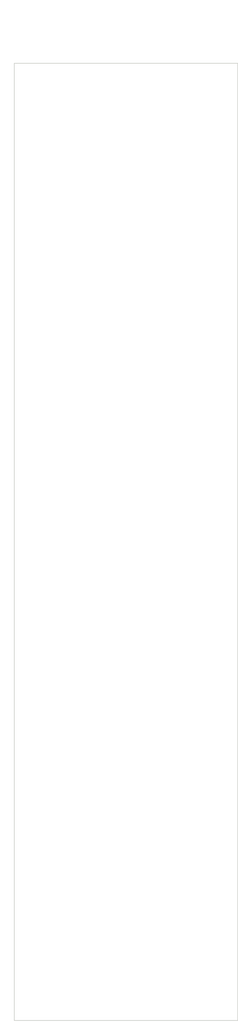
<source format=kicad_pcb>
(kicad_pcb (version 20211014) (generator pcbnew)
  (layers (0 "F.Cu" signal) (31 "B.Cu" signal) (34 "B.Paste" user) (35 "F.Paste" user) (36 "B.SilkS" user "B.Silkscreen") (37 "F.SilkS" user "F.Silkscreen") (38 "B.Mask" user) (39 "F.Mask" user) (44 "Edge.Cuts" user))
  (net 0 "")
  (footprint "MountingHole:MountingHole_3.2mm_M3" (layer "F.Cu") (at 5.08 125.5)
    (fp_text reference "REF**" hide)
    (fp_text value "MountingHole_3.2mm_M3" hide)
    (pad "" np_thru_hole oval locked (at 0 0) (size 7 3.2) (drill oval 7 3.2) (layers F&B.Cu *.Mask))
  )
  (footprint "MountingHole:MountingHole_3.2mm_M3" (layer "F.Cu") (at 5.08 3)
    (fp_text reference "REF**" hide)
    (fp_text value "MountingHole_3.2mm_M3" hide)
    (pad "" np_thru_hole oval locked (at 0 0) (size 7 3.2) (drill oval 7 3.2) (layers F&B.Cu *.Mask))
  )
  (gr_line (start 30 0) (end 30 128.5) (layer "Edge.Cuts") (width 0.1))
  (gr_line (start 0 128.5) (end 0 0) (layer "Edge.Cuts") (width 0.1))
  (gr_line (start 0 0) (end 30 0) (layer "Edge.Cuts") (width 0.1))
  (gr_line (start 30 128.5) (end 0 128.5) (layer "Edge.Cuts") (width 0.1))
)
</source>
